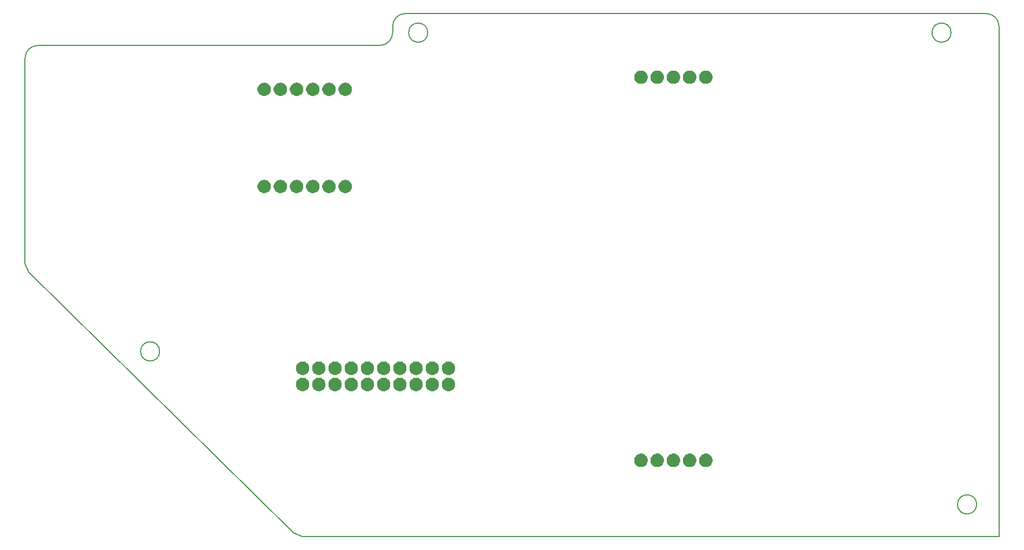
<source format=gbr>
G04 #@! TF.GenerationSoftware,KiCad,Pcbnew,5.1.5-52549c5~84~ubuntu18.04.1*
G04 #@! TF.CreationDate,2020-03-14T11:46:24+01:00*
G04 #@! TF.ProjectId,Fe203,46653230-332e-46b6-9963-61645f706362,rev?*
G04 #@! TF.SameCoordinates,Original*
G04 #@! TF.FileFunction,Soldermask,Bot*
G04 #@! TF.FilePolarity,Negative*
%FSLAX46Y46*%
G04 Gerber Fmt 4.6, Leading zero omitted, Abs format (unit mm)*
G04 Created by KiCad (PCBNEW 5.1.5-52549c5~84~ubuntu18.04.1) date 2020-03-14 11:46:24*
%MOMM*%
%LPD*%
G04 APERTURE LIST*
G04 #@! TA.AperFunction,Profile*
%ADD10C,0.200000*%
G04 #@! TD*
%ADD11C,0.150000*%
G04 APERTURE END LIST*
D10*
X106325985Y-137454210D02*
X107730129Y-138030000D01*
X64310008Y-95193254D02*
X64905850Y-96617463D01*
X214909985Y-56030000D02*
X123910000Y-56030000D01*
X209409985Y-59030000D02*
G75*
G03X209409985Y-59030000I-1500000J0D01*
G01*
X85410000Y-109030000D02*
G75*
G03X85410000Y-109030000I-1500000J0D01*
G01*
X107730129Y-138030000D02*
X216909985Y-138030000D01*
X64310009Y-63030001D02*
G75*
G02X66310008Y-61030000I2000000J1D01*
G01*
X64905850Y-96617463D02*
X106325985Y-137454210D01*
X121910000Y-58030000D02*
X121910000Y-59030000D01*
X119910000Y-61030000D02*
X66310009Y-61030000D01*
X214909985Y-56030000D02*
G75*
G02X216909985Y-58030000I0J-2000000D01*
G01*
X121910000Y-58030001D02*
G75*
G02X123909999Y-56030000I2000000J1D01*
G01*
X121910000Y-59030001D02*
G75*
G02X119909999Y-61030000I-2000000J1D01*
G01*
X64310008Y-95193254D02*
X64310008Y-63030000D01*
X216909985Y-58030000D02*
X216909985Y-138030000D01*
X213409985Y-133030000D02*
G75*
G03X213409985Y-133030000I-1500000J0D01*
G01*
X127410000Y-59030000D02*
G75*
G03X127410000Y-59030000I-1500000J0D01*
G01*
D11*
G36*
X171296564Y-125109389D02*
G01*
X171487833Y-125188615D01*
X171487835Y-125188616D01*
X171659973Y-125303635D01*
X171806365Y-125450027D01*
X171921385Y-125622167D01*
X172000611Y-125813436D01*
X172041000Y-126016484D01*
X172041000Y-126223516D01*
X172000611Y-126426564D01*
X171921385Y-126617833D01*
X171921384Y-126617835D01*
X171806365Y-126789973D01*
X171659973Y-126936365D01*
X171487835Y-127051384D01*
X171487834Y-127051385D01*
X171487833Y-127051385D01*
X171296564Y-127130611D01*
X171093516Y-127171000D01*
X170886484Y-127171000D01*
X170683436Y-127130611D01*
X170492167Y-127051385D01*
X170492166Y-127051385D01*
X170492165Y-127051384D01*
X170320027Y-126936365D01*
X170173635Y-126789973D01*
X170058616Y-126617835D01*
X170058615Y-126617833D01*
X169979389Y-126426564D01*
X169939000Y-126223516D01*
X169939000Y-126016484D01*
X169979389Y-125813436D01*
X170058615Y-125622167D01*
X170173635Y-125450027D01*
X170320027Y-125303635D01*
X170492165Y-125188616D01*
X170492167Y-125188615D01*
X170683436Y-125109389D01*
X170886484Y-125069000D01*
X171093516Y-125069000D01*
X171296564Y-125109389D01*
G37*
G36*
X166216564Y-125109389D02*
G01*
X166407833Y-125188615D01*
X166407835Y-125188616D01*
X166579973Y-125303635D01*
X166726365Y-125450027D01*
X166841385Y-125622167D01*
X166920611Y-125813436D01*
X166961000Y-126016484D01*
X166961000Y-126223516D01*
X166920611Y-126426564D01*
X166841385Y-126617833D01*
X166841384Y-126617835D01*
X166726365Y-126789973D01*
X166579973Y-126936365D01*
X166407835Y-127051384D01*
X166407834Y-127051385D01*
X166407833Y-127051385D01*
X166216564Y-127130611D01*
X166013516Y-127171000D01*
X165806484Y-127171000D01*
X165603436Y-127130611D01*
X165412167Y-127051385D01*
X165412166Y-127051385D01*
X165412165Y-127051384D01*
X165240027Y-126936365D01*
X165093635Y-126789973D01*
X164978616Y-126617835D01*
X164978615Y-126617833D01*
X164899389Y-126426564D01*
X164859000Y-126223516D01*
X164859000Y-126016484D01*
X164899389Y-125813436D01*
X164978615Y-125622167D01*
X165093635Y-125450027D01*
X165240027Y-125303635D01*
X165412165Y-125188616D01*
X165412167Y-125188615D01*
X165603436Y-125109389D01*
X165806484Y-125069000D01*
X166013516Y-125069000D01*
X166216564Y-125109389D01*
G37*
G36*
X163676564Y-125109389D02*
G01*
X163867833Y-125188615D01*
X163867835Y-125188616D01*
X164039973Y-125303635D01*
X164186365Y-125450027D01*
X164301385Y-125622167D01*
X164380611Y-125813436D01*
X164421000Y-126016484D01*
X164421000Y-126223516D01*
X164380611Y-126426564D01*
X164301385Y-126617833D01*
X164301384Y-126617835D01*
X164186365Y-126789973D01*
X164039973Y-126936365D01*
X163867835Y-127051384D01*
X163867834Y-127051385D01*
X163867833Y-127051385D01*
X163676564Y-127130611D01*
X163473516Y-127171000D01*
X163266484Y-127171000D01*
X163063436Y-127130611D01*
X162872167Y-127051385D01*
X162872166Y-127051385D01*
X162872165Y-127051384D01*
X162700027Y-126936365D01*
X162553635Y-126789973D01*
X162438616Y-126617835D01*
X162438615Y-126617833D01*
X162359389Y-126426564D01*
X162319000Y-126223516D01*
X162319000Y-126016484D01*
X162359389Y-125813436D01*
X162438615Y-125622167D01*
X162553635Y-125450027D01*
X162700027Y-125303635D01*
X162872165Y-125188616D01*
X162872167Y-125188615D01*
X163063436Y-125109389D01*
X163266484Y-125069000D01*
X163473516Y-125069000D01*
X163676564Y-125109389D01*
G37*
G36*
X161136564Y-125109389D02*
G01*
X161327833Y-125188615D01*
X161327835Y-125188616D01*
X161499973Y-125303635D01*
X161646365Y-125450027D01*
X161761385Y-125622167D01*
X161840611Y-125813436D01*
X161881000Y-126016484D01*
X161881000Y-126223516D01*
X161840611Y-126426564D01*
X161761385Y-126617833D01*
X161761384Y-126617835D01*
X161646365Y-126789973D01*
X161499973Y-126936365D01*
X161327835Y-127051384D01*
X161327834Y-127051385D01*
X161327833Y-127051385D01*
X161136564Y-127130611D01*
X160933516Y-127171000D01*
X160726484Y-127171000D01*
X160523436Y-127130611D01*
X160332167Y-127051385D01*
X160332166Y-127051385D01*
X160332165Y-127051384D01*
X160160027Y-126936365D01*
X160013635Y-126789973D01*
X159898616Y-126617835D01*
X159898615Y-126617833D01*
X159819389Y-126426564D01*
X159779000Y-126223516D01*
X159779000Y-126016484D01*
X159819389Y-125813436D01*
X159898615Y-125622167D01*
X160013635Y-125450027D01*
X160160027Y-125303635D01*
X160332165Y-125188616D01*
X160332167Y-125188615D01*
X160523436Y-125109389D01*
X160726484Y-125069000D01*
X160933516Y-125069000D01*
X161136564Y-125109389D01*
G37*
G36*
X168756564Y-125109389D02*
G01*
X168947833Y-125188615D01*
X168947835Y-125188616D01*
X169119973Y-125303635D01*
X169266365Y-125450027D01*
X169381385Y-125622167D01*
X169460611Y-125813436D01*
X169501000Y-126016484D01*
X169501000Y-126223516D01*
X169460611Y-126426564D01*
X169381385Y-126617833D01*
X169381384Y-126617835D01*
X169266365Y-126789973D01*
X169119973Y-126936365D01*
X168947835Y-127051384D01*
X168947834Y-127051385D01*
X168947833Y-127051385D01*
X168756564Y-127130611D01*
X168553516Y-127171000D01*
X168346484Y-127171000D01*
X168143436Y-127130611D01*
X167952167Y-127051385D01*
X167952166Y-127051385D01*
X167952165Y-127051384D01*
X167780027Y-126936365D01*
X167633635Y-126789973D01*
X167518616Y-126617835D01*
X167518615Y-126617833D01*
X167439389Y-126426564D01*
X167399000Y-126223516D01*
X167399000Y-126016484D01*
X167439389Y-125813436D01*
X167518615Y-125622167D01*
X167633635Y-125450027D01*
X167780027Y-125303635D01*
X167952165Y-125188616D01*
X167952167Y-125188615D01*
X168143436Y-125109389D01*
X168346484Y-125069000D01*
X168553516Y-125069000D01*
X168756564Y-125109389D01*
G37*
G36*
X118276564Y-113209389D02*
G01*
X118467833Y-113288615D01*
X118467835Y-113288616D01*
X118639973Y-113403635D01*
X118786365Y-113550027D01*
X118901385Y-113722167D01*
X118980611Y-113913436D01*
X119021000Y-114116484D01*
X119021000Y-114323516D01*
X118980611Y-114526564D01*
X118901385Y-114717833D01*
X118901384Y-114717835D01*
X118786365Y-114889973D01*
X118639973Y-115036365D01*
X118467835Y-115151384D01*
X118467834Y-115151385D01*
X118467833Y-115151385D01*
X118276564Y-115230611D01*
X118073516Y-115271000D01*
X117866484Y-115271000D01*
X117663436Y-115230611D01*
X117472167Y-115151385D01*
X117472166Y-115151385D01*
X117472165Y-115151384D01*
X117300027Y-115036365D01*
X117153635Y-114889973D01*
X117038616Y-114717835D01*
X117038615Y-114717833D01*
X116959389Y-114526564D01*
X116919000Y-114323516D01*
X116919000Y-114116484D01*
X116959389Y-113913436D01*
X117038615Y-113722167D01*
X117153635Y-113550027D01*
X117300027Y-113403635D01*
X117472165Y-113288616D01*
X117472167Y-113288615D01*
X117663436Y-113209389D01*
X117866484Y-113169000D01*
X118073516Y-113169000D01*
X118276564Y-113209389D01*
G37*
G36*
X130976564Y-113209389D02*
G01*
X131167833Y-113288615D01*
X131167835Y-113288616D01*
X131339973Y-113403635D01*
X131486365Y-113550027D01*
X131601385Y-113722167D01*
X131680611Y-113913436D01*
X131721000Y-114116484D01*
X131721000Y-114323516D01*
X131680611Y-114526564D01*
X131601385Y-114717833D01*
X131601384Y-114717835D01*
X131486365Y-114889973D01*
X131339973Y-115036365D01*
X131167835Y-115151384D01*
X131167834Y-115151385D01*
X131167833Y-115151385D01*
X130976564Y-115230611D01*
X130773516Y-115271000D01*
X130566484Y-115271000D01*
X130363436Y-115230611D01*
X130172167Y-115151385D01*
X130172166Y-115151385D01*
X130172165Y-115151384D01*
X130000027Y-115036365D01*
X129853635Y-114889973D01*
X129738616Y-114717835D01*
X129738615Y-114717833D01*
X129659389Y-114526564D01*
X129619000Y-114323516D01*
X129619000Y-114116484D01*
X129659389Y-113913436D01*
X129738615Y-113722167D01*
X129853635Y-113550027D01*
X130000027Y-113403635D01*
X130172165Y-113288616D01*
X130172167Y-113288615D01*
X130363436Y-113209389D01*
X130566484Y-113169000D01*
X130773516Y-113169000D01*
X130976564Y-113209389D01*
G37*
G36*
X128436564Y-113209389D02*
G01*
X128627833Y-113288615D01*
X128627835Y-113288616D01*
X128799973Y-113403635D01*
X128946365Y-113550027D01*
X129061385Y-113722167D01*
X129140611Y-113913436D01*
X129181000Y-114116484D01*
X129181000Y-114323516D01*
X129140611Y-114526564D01*
X129061385Y-114717833D01*
X129061384Y-114717835D01*
X128946365Y-114889973D01*
X128799973Y-115036365D01*
X128627835Y-115151384D01*
X128627834Y-115151385D01*
X128627833Y-115151385D01*
X128436564Y-115230611D01*
X128233516Y-115271000D01*
X128026484Y-115271000D01*
X127823436Y-115230611D01*
X127632167Y-115151385D01*
X127632166Y-115151385D01*
X127632165Y-115151384D01*
X127460027Y-115036365D01*
X127313635Y-114889973D01*
X127198616Y-114717835D01*
X127198615Y-114717833D01*
X127119389Y-114526564D01*
X127079000Y-114323516D01*
X127079000Y-114116484D01*
X127119389Y-113913436D01*
X127198615Y-113722167D01*
X127313635Y-113550027D01*
X127460027Y-113403635D01*
X127632165Y-113288616D01*
X127632167Y-113288615D01*
X127823436Y-113209389D01*
X128026484Y-113169000D01*
X128233516Y-113169000D01*
X128436564Y-113209389D01*
G37*
G36*
X125896564Y-113209389D02*
G01*
X126087833Y-113288615D01*
X126087835Y-113288616D01*
X126259973Y-113403635D01*
X126406365Y-113550027D01*
X126521385Y-113722167D01*
X126600611Y-113913436D01*
X126641000Y-114116484D01*
X126641000Y-114323516D01*
X126600611Y-114526564D01*
X126521385Y-114717833D01*
X126521384Y-114717835D01*
X126406365Y-114889973D01*
X126259973Y-115036365D01*
X126087835Y-115151384D01*
X126087834Y-115151385D01*
X126087833Y-115151385D01*
X125896564Y-115230611D01*
X125693516Y-115271000D01*
X125486484Y-115271000D01*
X125283436Y-115230611D01*
X125092167Y-115151385D01*
X125092166Y-115151385D01*
X125092165Y-115151384D01*
X124920027Y-115036365D01*
X124773635Y-114889973D01*
X124658616Y-114717835D01*
X124658615Y-114717833D01*
X124579389Y-114526564D01*
X124539000Y-114323516D01*
X124539000Y-114116484D01*
X124579389Y-113913436D01*
X124658615Y-113722167D01*
X124773635Y-113550027D01*
X124920027Y-113403635D01*
X125092165Y-113288616D01*
X125092167Y-113288615D01*
X125283436Y-113209389D01*
X125486484Y-113169000D01*
X125693516Y-113169000D01*
X125896564Y-113209389D01*
G37*
G36*
X120816564Y-113209389D02*
G01*
X121007833Y-113288615D01*
X121007835Y-113288616D01*
X121179973Y-113403635D01*
X121326365Y-113550027D01*
X121441385Y-113722167D01*
X121520611Y-113913436D01*
X121561000Y-114116484D01*
X121561000Y-114323516D01*
X121520611Y-114526564D01*
X121441385Y-114717833D01*
X121441384Y-114717835D01*
X121326365Y-114889973D01*
X121179973Y-115036365D01*
X121007835Y-115151384D01*
X121007834Y-115151385D01*
X121007833Y-115151385D01*
X120816564Y-115230611D01*
X120613516Y-115271000D01*
X120406484Y-115271000D01*
X120203436Y-115230611D01*
X120012167Y-115151385D01*
X120012166Y-115151385D01*
X120012165Y-115151384D01*
X119840027Y-115036365D01*
X119693635Y-114889973D01*
X119578616Y-114717835D01*
X119578615Y-114717833D01*
X119499389Y-114526564D01*
X119459000Y-114323516D01*
X119459000Y-114116484D01*
X119499389Y-113913436D01*
X119578615Y-113722167D01*
X119693635Y-113550027D01*
X119840027Y-113403635D01*
X120012165Y-113288616D01*
X120012167Y-113288615D01*
X120203436Y-113209389D01*
X120406484Y-113169000D01*
X120613516Y-113169000D01*
X120816564Y-113209389D01*
G37*
G36*
X115736564Y-113209389D02*
G01*
X115927833Y-113288615D01*
X115927835Y-113288616D01*
X116099973Y-113403635D01*
X116246365Y-113550027D01*
X116361385Y-113722167D01*
X116440611Y-113913436D01*
X116481000Y-114116484D01*
X116481000Y-114323516D01*
X116440611Y-114526564D01*
X116361385Y-114717833D01*
X116361384Y-114717835D01*
X116246365Y-114889973D01*
X116099973Y-115036365D01*
X115927835Y-115151384D01*
X115927834Y-115151385D01*
X115927833Y-115151385D01*
X115736564Y-115230611D01*
X115533516Y-115271000D01*
X115326484Y-115271000D01*
X115123436Y-115230611D01*
X114932167Y-115151385D01*
X114932166Y-115151385D01*
X114932165Y-115151384D01*
X114760027Y-115036365D01*
X114613635Y-114889973D01*
X114498616Y-114717835D01*
X114498615Y-114717833D01*
X114419389Y-114526564D01*
X114379000Y-114323516D01*
X114379000Y-114116484D01*
X114419389Y-113913436D01*
X114498615Y-113722167D01*
X114613635Y-113550027D01*
X114760027Y-113403635D01*
X114932165Y-113288616D01*
X114932167Y-113288615D01*
X115123436Y-113209389D01*
X115326484Y-113169000D01*
X115533516Y-113169000D01*
X115736564Y-113209389D01*
G37*
G36*
X113196564Y-113209389D02*
G01*
X113387833Y-113288615D01*
X113387835Y-113288616D01*
X113559973Y-113403635D01*
X113706365Y-113550027D01*
X113821385Y-113722167D01*
X113900611Y-113913436D01*
X113941000Y-114116484D01*
X113941000Y-114323516D01*
X113900611Y-114526564D01*
X113821385Y-114717833D01*
X113821384Y-114717835D01*
X113706365Y-114889973D01*
X113559973Y-115036365D01*
X113387835Y-115151384D01*
X113387834Y-115151385D01*
X113387833Y-115151385D01*
X113196564Y-115230611D01*
X112993516Y-115271000D01*
X112786484Y-115271000D01*
X112583436Y-115230611D01*
X112392167Y-115151385D01*
X112392166Y-115151385D01*
X112392165Y-115151384D01*
X112220027Y-115036365D01*
X112073635Y-114889973D01*
X111958616Y-114717835D01*
X111958615Y-114717833D01*
X111879389Y-114526564D01*
X111839000Y-114323516D01*
X111839000Y-114116484D01*
X111879389Y-113913436D01*
X111958615Y-113722167D01*
X112073635Y-113550027D01*
X112220027Y-113403635D01*
X112392165Y-113288616D01*
X112392167Y-113288615D01*
X112583436Y-113209389D01*
X112786484Y-113169000D01*
X112993516Y-113169000D01*
X113196564Y-113209389D01*
G37*
G36*
X110656564Y-113209389D02*
G01*
X110847833Y-113288615D01*
X110847835Y-113288616D01*
X111019973Y-113403635D01*
X111166365Y-113550027D01*
X111281385Y-113722167D01*
X111360611Y-113913436D01*
X111401000Y-114116484D01*
X111401000Y-114323516D01*
X111360611Y-114526564D01*
X111281385Y-114717833D01*
X111281384Y-114717835D01*
X111166365Y-114889973D01*
X111019973Y-115036365D01*
X110847835Y-115151384D01*
X110847834Y-115151385D01*
X110847833Y-115151385D01*
X110656564Y-115230611D01*
X110453516Y-115271000D01*
X110246484Y-115271000D01*
X110043436Y-115230611D01*
X109852167Y-115151385D01*
X109852166Y-115151385D01*
X109852165Y-115151384D01*
X109680027Y-115036365D01*
X109533635Y-114889973D01*
X109418616Y-114717835D01*
X109418615Y-114717833D01*
X109339389Y-114526564D01*
X109299000Y-114323516D01*
X109299000Y-114116484D01*
X109339389Y-113913436D01*
X109418615Y-113722167D01*
X109533635Y-113550027D01*
X109680027Y-113403635D01*
X109852165Y-113288616D01*
X109852167Y-113288615D01*
X110043436Y-113209389D01*
X110246484Y-113169000D01*
X110453516Y-113169000D01*
X110656564Y-113209389D01*
G37*
G36*
X108116564Y-113209389D02*
G01*
X108307833Y-113288615D01*
X108307835Y-113288616D01*
X108479973Y-113403635D01*
X108626365Y-113550027D01*
X108741385Y-113722167D01*
X108820611Y-113913436D01*
X108861000Y-114116484D01*
X108861000Y-114323516D01*
X108820611Y-114526564D01*
X108741385Y-114717833D01*
X108741384Y-114717835D01*
X108626365Y-114889973D01*
X108479973Y-115036365D01*
X108307835Y-115151384D01*
X108307834Y-115151385D01*
X108307833Y-115151385D01*
X108116564Y-115230611D01*
X107913516Y-115271000D01*
X107706484Y-115271000D01*
X107503436Y-115230611D01*
X107312167Y-115151385D01*
X107312166Y-115151385D01*
X107312165Y-115151384D01*
X107140027Y-115036365D01*
X106993635Y-114889973D01*
X106878616Y-114717835D01*
X106878615Y-114717833D01*
X106799389Y-114526564D01*
X106759000Y-114323516D01*
X106759000Y-114116484D01*
X106799389Y-113913436D01*
X106878615Y-113722167D01*
X106993635Y-113550027D01*
X107140027Y-113403635D01*
X107312165Y-113288616D01*
X107312167Y-113288615D01*
X107503436Y-113209389D01*
X107706484Y-113169000D01*
X107913516Y-113169000D01*
X108116564Y-113209389D01*
G37*
G36*
X123356564Y-113209389D02*
G01*
X123547833Y-113288615D01*
X123547835Y-113288616D01*
X123719973Y-113403635D01*
X123866365Y-113550027D01*
X123981385Y-113722167D01*
X124060611Y-113913436D01*
X124101000Y-114116484D01*
X124101000Y-114323516D01*
X124060611Y-114526564D01*
X123981385Y-114717833D01*
X123981384Y-114717835D01*
X123866365Y-114889973D01*
X123719973Y-115036365D01*
X123547835Y-115151384D01*
X123547834Y-115151385D01*
X123547833Y-115151385D01*
X123356564Y-115230611D01*
X123153516Y-115271000D01*
X122946484Y-115271000D01*
X122743436Y-115230611D01*
X122552167Y-115151385D01*
X122552166Y-115151385D01*
X122552165Y-115151384D01*
X122380027Y-115036365D01*
X122233635Y-114889973D01*
X122118616Y-114717835D01*
X122118615Y-114717833D01*
X122039389Y-114526564D01*
X121999000Y-114323516D01*
X121999000Y-114116484D01*
X122039389Y-113913436D01*
X122118615Y-113722167D01*
X122233635Y-113550027D01*
X122380027Y-113403635D01*
X122552165Y-113288616D01*
X122552167Y-113288615D01*
X122743436Y-113209389D01*
X122946484Y-113169000D01*
X123153516Y-113169000D01*
X123356564Y-113209389D01*
G37*
G36*
X115736564Y-110669389D02*
G01*
X115927833Y-110748615D01*
X115927835Y-110748616D01*
X116099973Y-110863635D01*
X116246365Y-111010027D01*
X116361385Y-111182167D01*
X116440611Y-111373436D01*
X116481000Y-111576484D01*
X116481000Y-111783516D01*
X116440611Y-111986564D01*
X116361385Y-112177833D01*
X116361384Y-112177835D01*
X116246365Y-112349973D01*
X116099973Y-112496365D01*
X115927835Y-112611384D01*
X115927834Y-112611385D01*
X115927833Y-112611385D01*
X115736564Y-112690611D01*
X115533516Y-112731000D01*
X115326484Y-112731000D01*
X115123436Y-112690611D01*
X114932167Y-112611385D01*
X114932166Y-112611385D01*
X114932165Y-112611384D01*
X114760027Y-112496365D01*
X114613635Y-112349973D01*
X114498616Y-112177835D01*
X114498615Y-112177833D01*
X114419389Y-111986564D01*
X114379000Y-111783516D01*
X114379000Y-111576484D01*
X114419389Y-111373436D01*
X114498615Y-111182167D01*
X114613635Y-111010027D01*
X114760027Y-110863635D01*
X114932165Y-110748616D01*
X114932167Y-110748615D01*
X115123436Y-110669389D01*
X115326484Y-110629000D01*
X115533516Y-110629000D01*
X115736564Y-110669389D01*
G37*
G36*
X108116564Y-110669389D02*
G01*
X108307833Y-110748615D01*
X108307835Y-110748616D01*
X108479973Y-110863635D01*
X108626365Y-111010027D01*
X108741385Y-111182167D01*
X108820611Y-111373436D01*
X108861000Y-111576484D01*
X108861000Y-111783516D01*
X108820611Y-111986564D01*
X108741385Y-112177833D01*
X108741384Y-112177835D01*
X108626365Y-112349973D01*
X108479973Y-112496365D01*
X108307835Y-112611384D01*
X108307834Y-112611385D01*
X108307833Y-112611385D01*
X108116564Y-112690611D01*
X107913516Y-112731000D01*
X107706484Y-112731000D01*
X107503436Y-112690611D01*
X107312167Y-112611385D01*
X107312166Y-112611385D01*
X107312165Y-112611384D01*
X107140027Y-112496365D01*
X106993635Y-112349973D01*
X106878616Y-112177835D01*
X106878615Y-112177833D01*
X106799389Y-111986564D01*
X106759000Y-111783516D01*
X106759000Y-111576484D01*
X106799389Y-111373436D01*
X106878615Y-111182167D01*
X106993635Y-111010027D01*
X107140027Y-110863635D01*
X107312165Y-110748616D01*
X107312167Y-110748615D01*
X107503436Y-110669389D01*
X107706484Y-110629000D01*
X107913516Y-110629000D01*
X108116564Y-110669389D01*
G37*
G36*
X110656564Y-110669389D02*
G01*
X110847833Y-110748615D01*
X110847835Y-110748616D01*
X111019973Y-110863635D01*
X111166365Y-111010027D01*
X111281385Y-111182167D01*
X111360611Y-111373436D01*
X111401000Y-111576484D01*
X111401000Y-111783516D01*
X111360611Y-111986564D01*
X111281385Y-112177833D01*
X111281384Y-112177835D01*
X111166365Y-112349973D01*
X111019973Y-112496365D01*
X110847835Y-112611384D01*
X110847834Y-112611385D01*
X110847833Y-112611385D01*
X110656564Y-112690611D01*
X110453516Y-112731000D01*
X110246484Y-112731000D01*
X110043436Y-112690611D01*
X109852167Y-112611385D01*
X109852166Y-112611385D01*
X109852165Y-112611384D01*
X109680027Y-112496365D01*
X109533635Y-112349973D01*
X109418616Y-112177835D01*
X109418615Y-112177833D01*
X109339389Y-111986564D01*
X109299000Y-111783516D01*
X109299000Y-111576484D01*
X109339389Y-111373436D01*
X109418615Y-111182167D01*
X109533635Y-111010027D01*
X109680027Y-110863635D01*
X109852165Y-110748616D01*
X109852167Y-110748615D01*
X110043436Y-110669389D01*
X110246484Y-110629000D01*
X110453516Y-110629000D01*
X110656564Y-110669389D01*
G37*
G36*
X113196564Y-110669389D02*
G01*
X113387833Y-110748615D01*
X113387835Y-110748616D01*
X113559973Y-110863635D01*
X113706365Y-111010027D01*
X113821385Y-111182167D01*
X113900611Y-111373436D01*
X113941000Y-111576484D01*
X113941000Y-111783516D01*
X113900611Y-111986564D01*
X113821385Y-112177833D01*
X113821384Y-112177835D01*
X113706365Y-112349973D01*
X113559973Y-112496365D01*
X113387835Y-112611384D01*
X113387834Y-112611385D01*
X113387833Y-112611385D01*
X113196564Y-112690611D01*
X112993516Y-112731000D01*
X112786484Y-112731000D01*
X112583436Y-112690611D01*
X112392167Y-112611385D01*
X112392166Y-112611385D01*
X112392165Y-112611384D01*
X112220027Y-112496365D01*
X112073635Y-112349973D01*
X111958616Y-112177835D01*
X111958615Y-112177833D01*
X111879389Y-111986564D01*
X111839000Y-111783516D01*
X111839000Y-111576484D01*
X111879389Y-111373436D01*
X111958615Y-111182167D01*
X112073635Y-111010027D01*
X112220027Y-110863635D01*
X112392165Y-110748616D01*
X112392167Y-110748615D01*
X112583436Y-110669389D01*
X112786484Y-110629000D01*
X112993516Y-110629000D01*
X113196564Y-110669389D01*
G37*
G36*
X118276564Y-110669389D02*
G01*
X118467833Y-110748615D01*
X118467835Y-110748616D01*
X118639973Y-110863635D01*
X118786365Y-111010027D01*
X118901385Y-111182167D01*
X118980611Y-111373436D01*
X119021000Y-111576484D01*
X119021000Y-111783516D01*
X118980611Y-111986564D01*
X118901385Y-112177833D01*
X118901384Y-112177835D01*
X118786365Y-112349973D01*
X118639973Y-112496365D01*
X118467835Y-112611384D01*
X118467834Y-112611385D01*
X118467833Y-112611385D01*
X118276564Y-112690611D01*
X118073516Y-112731000D01*
X117866484Y-112731000D01*
X117663436Y-112690611D01*
X117472167Y-112611385D01*
X117472166Y-112611385D01*
X117472165Y-112611384D01*
X117300027Y-112496365D01*
X117153635Y-112349973D01*
X117038616Y-112177835D01*
X117038615Y-112177833D01*
X116959389Y-111986564D01*
X116919000Y-111783516D01*
X116919000Y-111576484D01*
X116959389Y-111373436D01*
X117038615Y-111182167D01*
X117153635Y-111010027D01*
X117300027Y-110863635D01*
X117472165Y-110748616D01*
X117472167Y-110748615D01*
X117663436Y-110669389D01*
X117866484Y-110629000D01*
X118073516Y-110629000D01*
X118276564Y-110669389D01*
G37*
G36*
X123356564Y-110669389D02*
G01*
X123547833Y-110748615D01*
X123547835Y-110748616D01*
X123719973Y-110863635D01*
X123866365Y-111010027D01*
X123981385Y-111182167D01*
X124060611Y-111373436D01*
X124101000Y-111576484D01*
X124101000Y-111783516D01*
X124060611Y-111986564D01*
X123981385Y-112177833D01*
X123981384Y-112177835D01*
X123866365Y-112349973D01*
X123719973Y-112496365D01*
X123547835Y-112611384D01*
X123547834Y-112611385D01*
X123547833Y-112611385D01*
X123356564Y-112690611D01*
X123153516Y-112731000D01*
X122946484Y-112731000D01*
X122743436Y-112690611D01*
X122552167Y-112611385D01*
X122552166Y-112611385D01*
X122552165Y-112611384D01*
X122380027Y-112496365D01*
X122233635Y-112349973D01*
X122118616Y-112177835D01*
X122118615Y-112177833D01*
X122039389Y-111986564D01*
X121999000Y-111783516D01*
X121999000Y-111576484D01*
X122039389Y-111373436D01*
X122118615Y-111182167D01*
X122233635Y-111010027D01*
X122380027Y-110863635D01*
X122552165Y-110748616D01*
X122552167Y-110748615D01*
X122743436Y-110669389D01*
X122946484Y-110629000D01*
X123153516Y-110629000D01*
X123356564Y-110669389D01*
G37*
G36*
X125896564Y-110669389D02*
G01*
X126087833Y-110748615D01*
X126087835Y-110748616D01*
X126259973Y-110863635D01*
X126406365Y-111010027D01*
X126521385Y-111182167D01*
X126600611Y-111373436D01*
X126641000Y-111576484D01*
X126641000Y-111783516D01*
X126600611Y-111986564D01*
X126521385Y-112177833D01*
X126521384Y-112177835D01*
X126406365Y-112349973D01*
X126259973Y-112496365D01*
X126087835Y-112611384D01*
X126087834Y-112611385D01*
X126087833Y-112611385D01*
X125896564Y-112690611D01*
X125693516Y-112731000D01*
X125486484Y-112731000D01*
X125283436Y-112690611D01*
X125092167Y-112611385D01*
X125092166Y-112611385D01*
X125092165Y-112611384D01*
X124920027Y-112496365D01*
X124773635Y-112349973D01*
X124658616Y-112177835D01*
X124658615Y-112177833D01*
X124579389Y-111986564D01*
X124539000Y-111783516D01*
X124539000Y-111576484D01*
X124579389Y-111373436D01*
X124658615Y-111182167D01*
X124773635Y-111010027D01*
X124920027Y-110863635D01*
X125092165Y-110748616D01*
X125092167Y-110748615D01*
X125283436Y-110669389D01*
X125486484Y-110629000D01*
X125693516Y-110629000D01*
X125896564Y-110669389D01*
G37*
G36*
X128436564Y-110669389D02*
G01*
X128627833Y-110748615D01*
X128627835Y-110748616D01*
X128799973Y-110863635D01*
X128946365Y-111010027D01*
X129061385Y-111182167D01*
X129140611Y-111373436D01*
X129181000Y-111576484D01*
X129181000Y-111783516D01*
X129140611Y-111986564D01*
X129061385Y-112177833D01*
X129061384Y-112177835D01*
X128946365Y-112349973D01*
X128799973Y-112496365D01*
X128627835Y-112611384D01*
X128627834Y-112611385D01*
X128627833Y-112611385D01*
X128436564Y-112690611D01*
X128233516Y-112731000D01*
X128026484Y-112731000D01*
X127823436Y-112690611D01*
X127632167Y-112611385D01*
X127632166Y-112611385D01*
X127632165Y-112611384D01*
X127460027Y-112496365D01*
X127313635Y-112349973D01*
X127198616Y-112177835D01*
X127198615Y-112177833D01*
X127119389Y-111986564D01*
X127079000Y-111783516D01*
X127079000Y-111576484D01*
X127119389Y-111373436D01*
X127198615Y-111182167D01*
X127313635Y-111010027D01*
X127460027Y-110863635D01*
X127632165Y-110748616D01*
X127632167Y-110748615D01*
X127823436Y-110669389D01*
X128026484Y-110629000D01*
X128233516Y-110629000D01*
X128436564Y-110669389D01*
G37*
G36*
X130976564Y-110669389D02*
G01*
X131167833Y-110748615D01*
X131167835Y-110748616D01*
X131339973Y-110863635D01*
X131486365Y-111010027D01*
X131601385Y-111182167D01*
X131680611Y-111373436D01*
X131721000Y-111576484D01*
X131721000Y-111783516D01*
X131680611Y-111986564D01*
X131601385Y-112177833D01*
X131601384Y-112177835D01*
X131486365Y-112349973D01*
X131339973Y-112496365D01*
X131167835Y-112611384D01*
X131167834Y-112611385D01*
X131167833Y-112611385D01*
X130976564Y-112690611D01*
X130773516Y-112731000D01*
X130566484Y-112731000D01*
X130363436Y-112690611D01*
X130172167Y-112611385D01*
X130172166Y-112611385D01*
X130172165Y-112611384D01*
X130000027Y-112496365D01*
X129853635Y-112349973D01*
X129738616Y-112177835D01*
X129738615Y-112177833D01*
X129659389Y-111986564D01*
X129619000Y-111783516D01*
X129619000Y-111576484D01*
X129659389Y-111373436D01*
X129738615Y-111182167D01*
X129853635Y-111010027D01*
X130000027Y-110863635D01*
X130172165Y-110748616D01*
X130172167Y-110748615D01*
X130363436Y-110669389D01*
X130566484Y-110629000D01*
X130773516Y-110629000D01*
X130976564Y-110669389D01*
G37*
G36*
X120816564Y-110669389D02*
G01*
X121007833Y-110748615D01*
X121007835Y-110748616D01*
X121179973Y-110863635D01*
X121326365Y-111010027D01*
X121441385Y-111182167D01*
X121520611Y-111373436D01*
X121561000Y-111576484D01*
X121561000Y-111783516D01*
X121520611Y-111986564D01*
X121441385Y-112177833D01*
X121441384Y-112177835D01*
X121326365Y-112349973D01*
X121179973Y-112496365D01*
X121007835Y-112611384D01*
X121007834Y-112611385D01*
X121007833Y-112611385D01*
X120816564Y-112690611D01*
X120613516Y-112731000D01*
X120406484Y-112731000D01*
X120203436Y-112690611D01*
X120012167Y-112611385D01*
X120012166Y-112611385D01*
X120012165Y-112611384D01*
X119840027Y-112496365D01*
X119693635Y-112349973D01*
X119578616Y-112177835D01*
X119578615Y-112177833D01*
X119499389Y-111986564D01*
X119459000Y-111783516D01*
X119459000Y-111576484D01*
X119499389Y-111373436D01*
X119578615Y-111182167D01*
X119693635Y-111010027D01*
X119840027Y-110863635D01*
X120012165Y-110748616D01*
X120012167Y-110748615D01*
X120203436Y-110669389D01*
X120406484Y-110629000D01*
X120613516Y-110629000D01*
X120816564Y-110669389D01*
G37*
G36*
X102086564Y-82149389D02*
G01*
X102277833Y-82228615D01*
X102277835Y-82228616D01*
X102449973Y-82343635D01*
X102596365Y-82490027D01*
X102711385Y-82662167D01*
X102790611Y-82853436D01*
X102831000Y-83056484D01*
X102831000Y-83263516D01*
X102790611Y-83466564D01*
X102711385Y-83657833D01*
X102711384Y-83657835D01*
X102596365Y-83829973D01*
X102449973Y-83976365D01*
X102277835Y-84091384D01*
X102277834Y-84091385D01*
X102277833Y-84091385D01*
X102086564Y-84170611D01*
X101883516Y-84211000D01*
X101676484Y-84211000D01*
X101473436Y-84170611D01*
X101282167Y-84091385D01*
X101282166Y-84091385D01*
X101282165Y-84091384D01*
X101110027Y-83976365D01*
X100963635Y-83829973D01*
X100848616Y-83657835D01*
X100848615Y-83657833D01*
X100769389Y-83466564D01*
X100729000Y-83263516D01*
X100729000Y-83056484D01*
X100769389Y-82853436D01*
X100848615Y-82662167D01*
X100963635Y-82490027D01*
X101110027Y-82343635D01*
X101282165Y-82228616D01*
X101282167Y-82228615D01*
X101473436Y-82149389D01*
X101676484Y-82109000D01*
X101883516Y-82109000D01*
X102086564Y-82149389D01*
G37*
G36*
X104626564Y-82149389D02*
G01*
X104817833Y-82228615D01*
X104817835Y-82228616D01*
X104989973Y-82343635D01*
X105136365Y-82490027D01*
X105251385Y-82662167D01*
X105330611Y-82853436D01*
X105371000Y-83056484D01*
X105371000Y-83263516D01*
X105330611Y-83466564D01*
X105251385Y-83657833D01*
X105251384Y-83657835D01*
X105136365Y-83829973D01*
X104989973Y-83976365D01*
X104817835Y-84091384D01*
X104817834Y-84091385D01*
X104817833Y-84091385D01*
X104626564Y-84170611D01*
X104423516Y-84211000D01*
X104216484Y-84211000D01*
X104013436Y-84170611D01*
X103822167Y-84091385D01*
X103822166Y-84091385D01*
X103822165Y-84091384D01*
X103650027Y-83976365D01*
X103503635Y-83829973D01*
X103388616Y-83657835D01*
X103388615Y-83657833D01*
X103309389Y-83466564D01*
X103269000Y-83263516D01*
X103269000Y-83056484D01*
X103309389Y-82853436D01*
X103388615Y-82662167D01*
X103503635Y-82490027D01*
X103650027Y-82343635D01*
X103822165Y-82228616D01*
X103822167Y-82228615D01*
X104013436Y-82149389D01*
X104216484Y-82109000D01*
X104423516Y-82109000D01*
X104626564Y-82149389D01*
G37*
G36*
X107166564Y-82149389D02*
G01*
X107357833Y-82228615D01*
X107357835Y-82228616D01*
X107529973Y-82343635D01*
X107676365Y-82490027D01*
X107791385Y-82662167D01*
X107870611Y-82853436D01*
X107911000Y-83056484D01*
X107911000Y-83263516D01*
X107870611Y-83466564D01*
X107791385Y-83657833D01*
X107791384Y-83657835D01*
X107676365Y-83829973D01*
X107529973Y-83976365D01*
X107357835Y-84091384D01*
X107357834Y-84091385D01*
X107357833Y-84091385D01*
X107166564Y-84170611D01*
X106963516Y-84211000D01*
X106756484Y-84211000D01*
X106553436Y-84170611D01*
X106362167Y-84091385D01*
X106362166Y-84091385D01*
X106362165Y-84091384D01*
X106190027Y-83976365D01*
X106043635Y-83829973D01*
X105928616Y-83657835D01*
X105928615Y-83657833D01*
X105849389Y-83466564D01*
X105809000Y-83263516D01*
X105809000Y-83056484D01*
X105849389Y-82853436D01*
X105928615Y-82662167D01*
X106043635Y-82490027D01*
X106190027Y-82343635D01*
X106362165Y-82228616D01*
X106362167Y-82228615D01*
X106553436Y-82149389D01*
X106756484Y-82109000D01*
X106963516Y-82109000D01*
X107166564Y-82149389D01*
G37*
G36*
X109706564Y-82149389D02*
G01*
X109897833Y-82228615D01*
X109897835Y-82228616D01*
X110069973Y-82343635D01*
X110216365Y-82490027D01*
X110331385Y-82662167D01*
X110410611Y-82853436D01*
X110451000Y-83056484D01*
X110451000Y-83263516D01*
X110410611Y-83466564D01*
X110331385Y-83657833D01*
X110331384Y-83657835D01*
X110216365Y-83829973D01*
X110069973Y-83976365D01*
X109897835Y-84091384D01*
X109897834Y-84091385D01*
X109897833Y-84091385D01*
X109706564Y-84170611D01*
X109503516Y-84211000D01*
X109296484Y-84211000D01*
X109093436Y-84170611D01*
X108902167Y-84091385D01*
X108902166Y-84091385D01*
X108902165Y-84091384D01*
X108730027Y-83976365D01*
X108583635Y-83829973D01*
X108468616Y-83657835D01*
X108468615Y-83657833D01*
X108389389Y-83466564D01*
X108349000Y-83263516D01*
X108349000Y-83056484D01*
X108389389Y-82853436D01*
X108468615Y-82662167D01*
X108583635Y-82490027D01*
X108730027Y-82343635D01*
X108902165Y-82228616D01*
X108902167Y-82228615D01*
X109093436Y-82149389D01*
X109296484Y-82109000D01*
X109503516Y-82109000D01*
X109706564Y-82149389D01*
G37*
G36*
X112246564Y-82149389D02*
G01*
X112437833Y-82228615D01*
X112437835Y-82228616D01*
X112609973Y-82343635D01*
X112756365Y-82490027D01*
X112871385Y-82662167D01*
X112950611Y-82853436D01*
X112991000Y-83056484D01*
X112991000Y-83263516D01*
X112950611Y-83466564D01*
X112871385Y-83657833D01*
X112871384Y-83657835D01*
X112756365Y-83829973D01*
X112609973Y-83976365D01*
X112437835Y-84091384D01*
X112437834Y-84091385D01*
X112437833Y-84091385D01*
X112246564Y-84170611D01*
X112043516Y-84211000D01*
X111836484Y-84211000D01*
X111633436Y-84170611D01*
X111442167Y-84091385D01*
X111442166Y-84091385D01*
X111442165Y-84091384D01*
X111270027Y-83976365D01*
X111123635Y-83829973D01*
X111008616Y-83657835D01*
X111008615Y-83657833D01*
X110929389Y-83466564D01*
X110889000Y-83263516D01*
X110889000Y-83056484D01*
X110929389Y-82853436D01*
X111008615Y-82662167D01*
X111123635Y-82490027D01*
X111270027Y-82343635D01*
X111442165Y-82228616D01*
X111442167Y-82228615D01*
X111633436Y-82149389D01*
X111836484Y-82109000D01*
X112043516Y-82109000D01*
X112246564Y-82149389D01*
G37*
G36*
X114786564Y-82149389D02*
G01*
X114977833Y-82228615D01*
X114977835Y-82228616D01*
X115149973Y-82343635D01*
X115296365Y-82490027D01*
X115411385Y-82662167D01*
X115490611Y-82853436D01*
X115531000Y-83056484D01*
X115531000Y-83263516D01*
X115490611Y-83466564D01*
X115411385Y-83657833D01*
X115411384Y-83657835D01*
X115296365Y-83829973D01*
X115149973Y-83976365D01*
X114977835Y-84091384D01*
X114977834Y-84091385D01*
X114977833Y-84091385D01*
X114786564Y-84170611D01*
X114583516Y-84211000D01*
X114376484Y-84211000D01*
X114173436Y-84170611D01*
X113982167Y-84091385D01*
X113982166Y-84091385D01*
X113982165Y-84091384D01*
X113810027Y-83976365D01*
X113663635Y-83829973D01*
X113548616Y-83657835D01*
X113548615Y-83657833D01*
X113469389Y-83466564D01*
X113429000Y-83263516D01*
X113429000Y-83056484D01*
X113469389Y-82853436D01*
X113548615Y-82662167D01*
X113663635Y-82490027D01*
X113810027Y-82343635D01*
X113982165Y-82228616D01*
X113982167Y-82228615D01*
X114173436Y-82149389D01*
X114376484Y-82109000D01*
X114583516Y-82109000D01*
X114786564Y-82149389D01*
G37*
G36*
X107166564Y-66909389D02*
G01*
X107357833Y-66988615D01*
X107357835Y-66988616D01*
X107420683Y-67030610D01*
X107529973Y-67103635D01*
X107676365Y-67250027D01*
X107791385Y-67422167D01*
X107870611Y-67613436D01*
X107911000Y-67816484D01*
X107911000Y-68023516D01*
X107870611Y-68226564D01*
X107791385Y-68417833D01*
X107791384Y-68417835D01*
X107676365Y-68589973D01*
X107529973Y-68736365D01*
X107357835Y-68851384D01*
X107357834Y-68851385D01*
X107357833Y-68851385D01*
X107166564Y-68930611D01*
X106963516Y-68971000D01*
X106756484Y-68971000D01*
X106553436Y-68930611D01*
X106362167Y-68851385D01*
X106362166Y-68851385D01*
X106362165Y-68851384D01*
X106190027Y-68736365D01*
X106043635Y-68589973D01*
X105928616Y-68417835D01*
X105928615Y-68417833D01*
X105849389Y-68226564D01*
X105809000Y-68023516D01*
X105809000Y-67816484D01*
X105849389Y-67613436D01*
X105928615Y-67422167D01*
X106043635Y-67250027D01*
X106190027Y-67103635D01*
X106299317Y-67030610D01*
X106362165Y-66988616D01*
X106362167Y-66988615D01*
X106553436Y-66909389D01*
X106756484Y-66869000D01*
X106963516Y-66869000D01*
X107166564Y-66909389D01*
G37*
G36*
X104626564Y-66909389D02*
G01*
X104817833Y-66988615D01*
X104817835Y-66988616D01*
X104880683Y-67030610D01*
X104989973Y-67103635D01*
X105136365Y-67250027D01*
X105251385Y-67422167D01*
X105330611Y-67613436D01*
X105371000Y-67816484D01*
X105371000Y-68023516D01*
X105330611Y-68226564D01*
X105251385Y-68417833D01*
X105251384Y-68417835D01*
X105136365Y-68589973D01*
X104989973Y-68736365D01*
X104817835Y-68851384D01*
X104817834Y-68851385D01*
X104817833Y-68851385D01*
X104626564Y-68930611D01*
X104423516Y-68971000D01*
X104216484Y-68971000D01*
X104013436Y-68930611D01*
X103822167Y-68851385D01*
X103822166Y-68851385D01*
X103822165Y-68851384D01*
X103650027Y-68736365D01*
X103503635Y-68589973D01*
X103388616Y-68417835D01*
X103388615Y-68417833D01*
X103309389Y-68226564D01*
X103269000Y-68023516D01*
X103269000Y-67816484D01*
X103309389Y-67613436D01*
X103388615Y-67422167D01*
X103503635Y-67250027D01*
X103650027Y-67103635D01*
X103759317Y-67030610D01*
X103822165Y-66988616D01*
X103822167Y-66988615D01*
X104013436Y-66909389D01*
X104216484Y-66869000D01*
X104423516Y-66869000D01*
X104626564Y-66909389D01*
G37*
G36*
X109706564Y-66909389D02*
G01*
X109897833Y-66988615D01*
X109897835Y-66988616D01*
X109960683Y-67030610D01*
X110069973Y-67103635D01*
X110216365Y-67250027D01*
X110331385Y-67422167D01*
X110410611Y-67613436D01*
X110451000Y-67816484D01*
X110451000Y-68023516D01*
X110410611Y-68226564D01*
X110331385Y-68417833D01*
X110331384Y-68417835D01*
X110216365Y-68589973D01*
X110069973Y-68736365D01*
X109897835Y-68851384D01*
X109897834Y-68851385D01*
X109897833Y-68851385D01*
X109706564Y-68930611D01*
X109503516Y-68971000D01*
X109296484Y-68971000D01*
X109093436Y-68930611D01*
X108902167Y-68851385D01*
X108902166Y-68851385D01*
X108902165Y-68851384D01*
X108730027Y-68736365D01*
X108583635Y-68589973D01*
X108468616Y-68417835D01*
X108468615Y-68417833D01*
X108389389Y-68226564D01*
X108349000Y-68023516D01*
X108349000Y-67816484D01*
X108389389Y-67613436D01*
X108468615Y-67422167D01*
X108583635Y-67250027D01*
X108730027Y-67103635D01*
X108839317Y-67030610D01*
X108902165Y-66988616D01*
X108902167Y-66988615D01*
X109093436Y-66909389D01*
X109296484Y-66869000D01*
X109503516Y-66869000D01*
X109706564Y-66909389D01*
G37*
G36*
X112246564Y-66909389D02*
G01*
X112437833Y-66988615D01*
X112437835Y-66988616D01*
X112500683Y-67030610D01*
X112609973Y-67103635D01*
X112756365Y-67250027D01*
X112871385Y-67422167D01*
X112950611Y-67613436D01*
X112991000Y-67816484D01*
X112991000Y-68023516D01*
X112950611Y-68226564D01*
X112871385Y-68417833D01*
X112871384Y-68417835D01*
X112756365Y-68589973D01*
X112609973Y-68736365D01*
X112437835Y-68851384D01*
X112437834Y-68851385D01*
X112437833Y-68851385D01*
X112246564Y-68930611D01*
X112043516Y-68971000D01*
X111836484Y-68971000D01*
X111633436Y-68930611D01*
X111442167Y-68851385D01*
X111442166Y-68851385D01*
X111442165Y-68851384D01*
X111270027Y-68736365D01*
X111123635Y-68589973D01*
X111008616Y-68417835D01*
X111008615Y-68417833D01*
X110929389Y-68226564D01*
X110889000Y-68023516D01*
X110889000Y-67816484D01*
X110929389Y-67613436D01*
X111008615Y-67422167D01*
X111123635Y-67250027D01*
X111270027Y-67103635D01*
X111379317Y-67030610D01*
X111442165Y-66988616D01*
X111442167Y-66988615D01*
X111633436Y-66909389D01*
X111836484Y-66869000D01*
X112043516Y-66869000D01*
X112246564Y-66909389D01*
G37*
G36*
X114786564Y-66909389D02*
G01*
X114977833Y-66988615D01*
X114977835Y-66988616D01*
X115040683Y-67030610D01*
X115149973Y-67103635D01*
X115296365Y-67250027D01*
X115411385Y-67422167D01*
X115490611Y-67613436D01*
X115531000Y-67816484D01*
X115531000Y-68023516D01*
X115490611Y-68226564D01*
X115411385Y-68417833D01*
X115411384Y-68417835D01*
X115296365Y-68589973D01*
X115149973Y-68736365D01*
X114977835Y-68851384D01*
X114977834Y-68851385D01*
X114977833Y-68851385D01*
X114786564Y-68930611D01*
X114583516Y-68971000D01*
X114376484Y-68971000D01*
X114173436Y-68930611D01*
X113982167Y-68851385D01*
X113982166Y-68851385D01*
X113982165Y-68851384D01*
X113810027Y-68736365D01*
X113663635Y-68589973D01*
X113548616Y-68417835D01*
X113548615Y-68417833D01*
X113469389Y-68226564D01*
X113429000Y-68023516D01*
X113429000Y-67816484D01*
X113469389Y-67613436D01*
X113548615Y-67422167D01*
X113663635Y-67250027D01*
X113810027Y-67103635D01*
X113919317Y-67030610D01*
X113982165Y-66988616D01*
X113982167Y-66988615D01*
X114173436Y-66909389D01*
X114376484Y-66869000D01*
X114583516Y-66869000D01*
X114786564Y-66909389D01*
G37*
G36*
X102086564Y-66909389D02*
G01*
X102277833Y-66988615D01*
X102277835Y-66988616D01*
X102340683Y-67030610D01*
X102449973Y-67103635D01*
X102596365Y-67250027D01*
X102711385Y-67422167D01*
X102790611Y-67613436D01*
X102831000Y-67816484D01*
X102831000Y-68023516D01*
X102790611Y-68226564D01*
X102711385Y-68417833D01*
X102711384Y-68417835D01*
X102596365Y-68589973D01*
X102449973Y-68736365D01*
X102277835Y-68851384D01*
X102277834Y-68851385D01*
X102277833Y-68851385D01*
X102086564Y-68930611D01*
X101883516Y-68971000D01*
X101676484Y-68971000D01*
X101473436Y-68930611D01*
X101282167Y-68851385D01*
X101282166Y-68851385D01*
X101282165Y-68851384D01*
X101110027Y-68736365D01*
X100963635Y-68589973D01*
X100848616Y-68417835D01*
X100848615Y-68417833D01*
X100769389Y-68226564D01*
X100729000Y-68023516D01*
X100729000Y-67816484D01*
X100769389Y-67613436D01*
X100848615Y-67422167D01*
X100963635Y-67250027D01*
X101110027Y-67103635D01*
X101219317Y-67030610D01*
X101282165Y-66988616D01*
X101282167Y-66988615D01*
X101473436Y-66909389D01*
X101676484Y-66869000D01*
X101883516Y-66869000D01*
X102086564Y-66909389D01*
G37*
G36*
X161136564Y-65009389D02*
G01*
X161327833Y-65088615D01*
X161327835Y-65088616D01*
X161499973Y-65203635D01*
X161646365Y-65350027D01*
X161761385Y-65522167D01*
X161840611Y-65713436D01*
X161881000Y-65916484D01*
X161881000Y-66123516D01*
X161840611Y-66326564D01*
X161761385Y-66517833D01*
X161761384Y-66517835D01*
X161646365Y-66689973D01*
X161499973Y-66836365D01*
X161327835Y-66951384D01*
X161327834Y-66951385D01*
X161327833Y-66951385D01*
X161136564Y-67030611D01*
X160933516Y-67071000D01*
X160726484Y-67071000D01*
X160523436Y-67030611D01*
X160332167Y-66951385D01*
X160332166Y-66951385D01*
X160332165Y-66951384D01*
X160160027Y-66836365D01*
X160013635Y-66689973D01*
X159898616Y-66517835D01*
X159898615Y-66517833D01*
X159819389Y-66326564D01*
X159779000Y-66123516D01*
X159779000Y-65916484D01*
X159819389Y-65713436D01*
X159898615Y-65522167D01*
X160013635Y-65350027D01*
X160160027Y-65203635D01*
X160332165Y-65088616D01*
X160332167Y-65088615D01*
X160523436Y-65009389D01*
X160726484Y-64969000D01*
X160933516Y-64969000D01*
X161136564Y-65009389D01*
G37*
G36*
X168756564Y-65009389D02*
G01*
X168947833Y-65088615D01*
X168947835Y-65088616D01*
X169119973Y-65203635D01*
X169266365Y-65350027D01*
X169381385Y-65522167D01*
X169460611Y-65713436D01*
X169501000Y-65916484D01*
X169501000Y-66123516D01*
X169460611Y-66326564D01*
X169381385Y-66517833D01*
X169381384Y-66517835D01*
X169266365Y-66689973D01*
X169119973Y-66836365D01*
X168947835Y-66951384D01*
X168947834Y-66951385D01*
X168947833Y-66951385D01*
X168756564Y-67030611D01*
X168553516Y-67071000D01*
X168346484Y-67071000D01*
X168143436Y-67030611D01*
X167952167Y-66951385D01*
X167952166Y-66951385D01*
X167952165Y-66951384D01*
X167780027Y-66836365D01*
X167633635Y-66689973D01*
X167518616Y-66517835D01*
X167518615Y-66517833D01*
X167439389Y-66326564D01*
X167399000Y-66123516D01*
X167399000Y-65916484D01*
X167439389Y-65713436D01*
X167518615Y-65522167D01*
X167633635Y-65350027D01*
X167780027Y-65203635D01*
X167952165Y-65088616D01*
X167952167Y-65088615D01*
X168143436Y-65009389D01*
X168346484Y-64969000D01*
X168553516Y-64969000D01*
X168756564Y-65009389D01*
G37*
G36*
X166216564Y-65009389D02*
G01*
X166407833Y-65088615D01*
X166407835Y-65088616D01*
X166579973Y-65203635D01*
X166726365Y-65350027D01*
X166841385Y-65522167D01*
X166920611Y-65713436D01*
X166961000Y-65916484D01*
X166961000Y-66123516D01*
X166920611Y-66326564D01*
X166841385Y-66517833D01*
X166841384Y-66517835D01*
X166726365Y-66689973D01*
X166579973Y-66836365D01*
X166407835Y-66951384D01*
X166407834Y-66951385D01*
X166407833Y-66951385D01*
X166216564Y-67030611D01*
X166013516Y-67071000D01*
X165806484Y-67071000D01*
X165603436Y-67030611D01*
X165412167Y-66951385D01*
X165412166Y-66951385D01*
X165412165Y-66951384D01*
X165240027Y-66836365D01*
X165093635Y-66689973D01*
X164978616Y-66517835D01*
X164978615Y-66517833D01*
X164899389Y-66326564D01*
X164859000Y-66123516D01*
X164859000Y-65916484D01*
X164899389Y-65713436D01*
X164978615Y-65522167D01*
X165093635Y-65350027D01*
X165240027Y-65203635D01*
X165412165Y-65088616D01*
X165412167Y-65088615D01*
X165603436Y-65009389D01*
X165806484Y-64969000D01*
X166013516Y-64969000D01*
X166216564Y-65009389D01*
G37*
G36*
X163676564Y-65009389D02*
G01*
X163867833Y-65088615D01*
X163867835Y-65088616D01*
X164039973Y-65203635D01*
X164186365Y-65350027D01*
X164301385Y-65522167D01*
X164380611Y-65713436D01*
X164421000Y-65916484D01*
X164421000Y-66123516D01*
X164380611Y-66326564D01*
X164301385Y-66517833D01*
X164301384Y-66517835D01*
X164186365Y-66689973D01*
X164039973Y-66836365D01*
X163867835Y-66951384D01*
X163867834Y-66951385D01*
X163867833Y-66951385D01*
X163676564Y-67030611D01*
X163473516Y-67071000D01*
X163266484Y-67071000D01*
X163063436Y-67030611D01*
X162872167Y-66951385D01*
X162872166Y-66951385D01*
X162872165Y-66951384D01*
X162700027Y-66836365D01*
X162553635Y-66689973D01*
X162438616Y-66517835D01*
X162438615Y-66517833D01*
X162359389Y-66326564D01*
X162319000Y-66123516D01*
X162319000Y-65916484D01*
X162359389Y-65713436D01*
X162438615Y-65522167D01*
X162553635Y-65350027D01*
X162700027Y-65203635D01*
X162872165Y-65088616D01*
X162872167Y-65088615D01*
X163063436Y-65009389D01*
X163266484Y-64969000D01*
X163473516Y-64969000D01*
X163676564Y-65009389D01*
G37*
G36*
X171296564Y-65009389D02*
G01*
X171487833Y-65088615D01*
X171487835Y-65088616D01*
X171659973Y-65203635D01*
X171806365Y-65350027D01*
X171921385Y-65522167D01*
X172000611Y-65713436D01*
X172041000Y-65916484D01*
X172041000Y-66123516D01*
X172000611Y-66326564D01*
X171921385Y-66517833D01*
X171921384Y-66517835D01*
X171806365Y-66689973D01*
X171659973Y-66836365D01*
X171487835Y-66951384D01*
X171487834Y-66951385D01*
X171487833Y-66951385D01*
X171296564Y-67030611D01*
X171093516Y-67071000D01*
X170886484Y-67071000D01*
X170683436Y-67030611D01*
X170492167Y-66951385D01*
X170492166Y-66951385D01*
X170492165Y-66951384D01*
X170320027Y-66836365D01*
X170173635Y-66689973D01*
X170058616Y-66517835D01*
X170058615Y-66517833D01*
X169979389Y-66326564D01*
X169939000Y-66123516D01*
X169939000Y-65916484D01*
X169979389Y-65713436D01*
X170058615Y-65522167D01*
X170173635Y-65350027D01*
X170320027Y-65203635D01*
X170492165Y-65088616D01*
X170492167Y-65088615D01*
X170683436Y-65009389D01*
X170886484Y-64969000D01*
X171093516Y-64969000D01*
X171296564Y-65009389D01*
G37*
M02*

</source>
